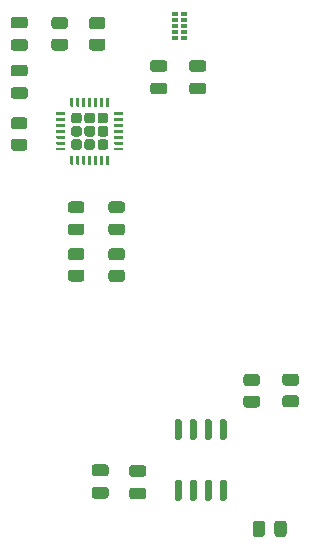
<source format=gtp>
G04 #@! TF.GenerationSoftware,KiCad,Pcbnew,(5.1.9)-1*
G04 #@! TF.CreationDate,2023-04-23T22:26:49+02:00*
G04 #@! TF.ProjectId,cp2102rs485,63703231-3032-4727-9334-38352e6b6963,rev?*
G04 #@! TF.SameCoordinates,Original*
G04 #@! TF.FileFunction,Paste,Top*
G04 #@! TF.FilePolarity,Positive*
%FSLAX46Y46*%
G04 Gerber Fmt 4.6, Leading zero omitted, Abs format (unit mm)*
G04 Created by KiCad (PCBNEW (5.1.9)-1) date 2023-04-23 22:26:49*
%MOMM*%
%LPD*%
G01*
G04 APERTURE LIST*
%ADD10R,0.550000X0.400000*%
%ADD11R,0.550000X0.300000*%
G04 APERTURE END LIST*
G36*
G01*
X100688000Y-83488000D02*
X100988000Y-83488000D01*
G75*
G02*
X101138000Y-83638000I0J-150000D01*
G01*
X101138000Y-85088000D01*
G75*
G02*
X100988000Y-85238000I-150000J0D01*
G01*
X100688000Y-85238000D01*
G75*
G02*
X100538000Y-85088000I0J150000D01*
G01*
X100538000Y-83638000D01*
G75*
G02*
X100688000Y-83488000I150000J0D01*
G01*
G37*
G36*
G01*
X99418000Y-83488000D02*
X99718000Y-83488000D01*
G75*
G02*
X99868000Y-83638000I0J-150000D01*
G01*
X99868000Y-85088000D01*
G75*
G02*
X99718000Y-85238000I-150000J0D01*
G01*
X99418000Y-85238000D01*
G75*
G02*
X99268000Y-85088000I0J150000D01*
G01*
X99268000Y-83638000D01*
G75*
G02*
X99418000Y-83488000I150000J0D01*
G01*
G37*
G36*
G01*
X98148000Y-83488000D02*
X98448000Y-83488000D01*
G75*
G02*
X98598000Y-83638000I0J-150000D01*
G01*
X98598000Y-85088000D01*
G75*
G02*
X98448000Y-85238000I-150000J0D01*
G01*
X98148000Y-85238000D01*
G75*
G02*
X97998000Y-85088000I0J150000D01*
G01*
X97998000Y-83638000D01*
G75*
G02*
X98148000Y-83488000I150000J0D01*
G01*
G37*
G36*
G01*
X96878000Y-83488000D02*
X97178000Y-83488000D01*
G75*
G02*
X97328000Y-83638000I0J-150000D01*
G01*
X97328000Y-85088000D01*
G75*
G02*
X97178000Y-85238000I-150000J0D01*
G01*
X96878000Y-85238000D01*
G75*
G02*
X96728000Y-85088000I0J150000D01*
G01*
X96728000Y-83638000D01*
G75*
G02*
X96878000Y-83488000I150000J0D01*
G01*
G37*
G36*
G01*
X96878000Y-78338000D02*
X97178000Y-78338000D01*
G75*
G02*
X97328000Y-78488000I0J-150000D01*
G01*
X97328000Y-79938000D01*
G75*
G02*
X97178000Y-80088000I-150000J0D01*
G01*
X96878000Y-80088000D01*
G75*
G02*
X96728000Y-79938000I0J150000D01*
G01*
X96728000Y-78488000D01*
G75*
G02*
X96878000Y-78338000I150000J0D01*
G01*
G37*
G36*
G01*
X98148000Y-78338000D02*
X98448000Y-78338000D01*
G75*
G02*
X98598000Y-78488000I0J-150000D01*
G01*
X98598000Y-79938000D01*
G75*
G02*
X98448000Y-80088000I-150000J0D01*
G01*
X98148000Y-80088000D01*
G75*
G02*
X97998000Y-79938000I0J150000D01*
G01*
X97998000Y-78488000D01*
G75*
G02*
X98148000Y-78338000I150000J0D01*
G01*
G37*
G36*
G01*
X99418000Y-78338000D02*
X99718000Y-78338000D01*
G75*
G02*
X99868000Y-78488000I0J-150000D01*
G01*
X99868000Y-79938000D01*
G75*
G02*
X99718000Y-80088000I-150000J0D01*
G01*
X99418000Y-80088000D01*
G75*
G02*
X99268000Y-79938000I0J150000D01*
G01*
X99268000Y-78488000D01*
G75*
G02*
X99418000Y-78338000I150000J0D01*
G01*
G37*
G36*
G01*
X100688000Y-78338000D02*
X100988000Y-78338000D01*
G75*
G02*
X101138000Y-78488000I0J-150000D01*
G01*
X101138000Y-79938000D01*
G75*
G02*
X100988000Y-80088000I-150000J0D01*
G01*
X100688000Y-80088000D01*
G75*
G02*
X100538000Y-79938000I0J150000D01*
G01*
X100538000Y-78488000D01*
G75*
G02*
X100688000Y-78338000I150000J0D01*
G01*
G37*
G36*
G01*
X88190000Y-54645000D02*
X88640000Y-54645000D01*
G75*
G02*
X88865000Y-54870000I0J-225000D01*
G01*
X88865000Y-55320000D01*
G75*
G02*
X88640000Y-55545000I-225000J0D01*
G01*
X88190000Y-55545000D01*
G75*
G02*
X87965000Y-55320000I0J225000D01*
G01*
X87965000Y-54870000D01*
G75*
G02*
X88190000Y-54645000I225000J0D01*
G01*
G37*
G36*
G01*
X89310000Y-54645000D02*
X89760000Y-54645000D01*
G75*
G02*
X89985000Y-54870000I0J-225000D01*
G01*
X89985000Y-55320000D01*
G75*
G02*
X89760000Y-55545000I-225000J0D01*
G01*
X89310000Y-55545000D01*
G75*
G02*
X89085000Y-55320000I0J225000D01*
G01*
X89085000Y-54870000D01*
G75*
G02*
X89310000Y-54645000I225000J0D01*
G01*
G37*
G36*
G01*
X90430000Y-54645000D02*
X90880000Y-54645000D01*
G75*
G02*
X91105000Y-54870000I0J-225000D01*
G01*
X91105000Y-55320000D01*
G75*
G02*
X90880000Y-55545000I-225000J0D01*
G01*
X90430000Y-55545000D01*
G75*
G02*
X90205000Y-55320000I0J225000D01*
G01*
X90205000Y-54870000D01*
G75*
G02*
X90430000Y-54645000I225000J0D01*
G01*
G37*
G36*
G01*
X88190000Y-53525000D02*
X88640000Y-53525000D01*
G75*
G02*
X88865000Y-53750000I0J-225000D01*
G01*
X88865000Y-54200000D01*
G75*
G02*
X88640000Y-54425000I-225000J0D01*
G01*
X88190000Y-54425000D01*
G75*
G02*
X87965000Y-54200000I0J225000D01*
G01*
X87965000Y-53750000D01*
G75*
G02*
X88190000Y-53525000I225000J0D01*
G01*
G37*
G36*
G01*
X89310000Y-53525000D02*
X89760000Y-53525000D01*
G75*
G02*
X89985000Y-53750000I0J-225000D01*
G01*
X89985000Y-54200000D01*
G75*
G02*
X89760000Y-54425000I-225000J0D01*
G01*
X89310000Y-54425000D01*
G75*
G02*
X89085000Y-54200000I0J225000D01*
G01*
X89085000Y-53750000D01*
G75*
G02*
X89310000Y-53525000I225000J0D01*
G01*
G37*
G36*
G01*
X90430000Y-53525000D02*
X90880000Y-53525000D01*
G75*
G02*
X91105000Y-53750000I0J-225000D01*
G01*
X91105000Y-54200000D01*
G75*
G02*
X90880000Y-54425000I-225000J0D01*
G01*
X90430000Y-54425000D01*
G75*
G02*
X90205000Y-54200000I0J225000D01*
G01*
X90205000Y-53750000D01*
G75*
G02*
X90430000Y-53525000I225000J0D01*
G01*
G37*
G36*
G01*
X88190000Y-52405000D02*
X88640000Y-52405000D01*
G75*
G02*
X88865000Y-52630000I0J-225000D01*
G01*
X88865000Y-53080000D01*
G75*
G02*
X88640000Y-53305000I-225000J0D01*
G01*
X88190000Y-53305000D01*
G75*
G02*
X87965000Y-53080000I0J225000D01*
G01*
X87965000Y-52630000D01*
G75*
G02*
X88190000Y-52405000I225000J0D01*
G01*
G37*
G36*
G01*
X89310000Y-52405000D02*
X89760000Y-52405000D01*
G75*
G02*
X89985000Y-52630000I0J-225000D01*
G01*
X89985000Y-53080000D01*
G75*
G02*
X89760000Y-53305000I-225000J0D01*
G01*
X89310000Y-53305000D01*
G75*
G02*
X89085000Y-53080000I0J225000D01*
G01*
X89085000Y-52630000D01*
G75*
G02*
X89310000Y-52405000I225000J0D01*
G01*
G37*
G36*
G01*
X90430000Y-52405000D02*
X90880000Y-52405000D01*
G75*
G02*
X91105000Y-52630000I0J-225000D01*
G01*
X91105000Y-53080000D01*
G75*
G02*
X90880000Y-53305000I-225000J0D01*
G01*
X90430000Y-53305000D01*
G75*
G02*
X90205000Y-53080000I0J225000D01*
G01*
X90205000Y-52630000D01*
G75*
G02*
X90430000Y-52405000I225000J0D01*
G01*
G37*
G36*
G01*
X91647500Y-52350000D02*
X92322500Y-52350000D01*
G75*
G02*
X92385000Y-52412500I0J-62500D01*
G01*
X92385000Y-52537500D01*
G75*
G02*
X92322500Y-52600000I-62500J0D01*
G01*
X91647500Y-52600000D01*
G75*
G02*
X91585000Y-52537500I0J62500D01*
G01*
X91585000Y-52412500D01*
G75*
G02*
X91647500Y-52350000I62500J0D01*
G01*
G37*
G36*
G01*
X91647500Y-52850000D02*
X92322500Y-52850000D01*
G75*
G02*
X92385000Y-52912500I0J-62500D01*
G01*
X92385000Y-53037500D01*
G75*
G02*
X92322500Y-53100000I-62500J0D01*
G01*
X91647500Y-53100000D01*
G75*
G02*
X91585000Y-53037500I0J62500D01*
G01*
X91585000Y-52912500D01*
G75*
G02*
X91647500Y-52850000I62500J0D01*
G01*
G37*
G36*
G01*
X91647500Y-53350000D02*
X92322500Y-53350000D01*
G75*
G02*
X92385000Y-53412500I0J-62500D01*
G01*
X92385000Y-53537500D01*
G75*
G02*
X92322500Y-53600000I-62500J0D01*
G01*
X91647500Y-53600000D01*
G75*
G02*
X91585000Y-53537500I0J62500D01*
G01*
X91585000Y-53412500D01*
G75*
G02*
X91647500Y-53350000I62500J0D01*
G01*
G37*
G36*
G01*
X91647500Y-53850000D02*
X92322500Y-53850000D01*
G75*
G02*
X92385000Y-53912500I0J-62500D01*
G01*
X92385000Y-54037500D01*
G75*
G02*
X92322500Y-54100000I-62500J0D01*
G01*
X91647500Y-54100000D01*
G75*
G02*
X91585000Y-54037500I0J62500D01*
G01*
X91585000Y-53912500D01*
G75*
G02*
X91647500Y-53850000I62500J0D01*
G01*
G37*
G36*
G01*
X91647500Y-54350000D02*
X92322500Y-54350000D01*
G75*
G02*
X92385000Y-54412500I0J-62500D01*
G01*
X92385000Y-54537500D01*
G75*
G02*
X92322500Y-54600000I-62500J0D01*
G01*
X91647500Y-54600000D01*
G75*
G02*
X91585000Y-54537500I0J62500D01*
G01*
X91585000Y-54412500D01*
G75*
G02*
X91647500Y-54350000I62500J0D01*
G01*
G37*
G36*
G01*
X91647500Y-54850000D02*
X92322500Y-54850000D01*
G75*
G02*
X92385000Y-54912500I0J-62500D01*
G01*
X92385000Y-55037500D01*
G75*
G02*
X92322500Y-55100000I-62500J0D01*
G01*
X91647500Y-55100000D01*
G75*
G02*
X91585000Y-55037500I0J62500D01*
G01*
X91585000Y-54912500D01*
G75*
G02*
X91647500Y-54850000I62500J0D01*
G01*
G37*
G36*
G01*
X91647500Y-55350000D02*
X92322500Y-55350000D01*
G75*
G02*
X92385000Y-55412500I0J-62500D01*
G01*
X92385000Y-55537500D01*
G75*
G02*
X92322500Y-55600000I-62500J0D01*
G01*
X91647500Y-55600000D01*
G75*
G02*
X91585000Y-55537500I0J62500D01*
G01*
X91585000Y-55412500D01*
G75*
G02*
X91647500Y-55350000I62500J0D01*
G01*
G37*
G36*
G01*
X90972500Y-56025000D02*
X91097500Y-56025000D01*
G75*
G02*
X91160000Y-56087500I0J-62500D01*
G01*
X91160000Y-56762500D01*
G75*
G02*
X91097500Y-56825000I-62500J0D01*
G01*
X90972500Y-56825000D01*
G75*
G02*
X90910000Y-56762500I0J62500D01*
G01*
X90910000Y-56087500D01*
G75*
G02*
X90972500Y-56025000I62500J0D01*
G01*
G37*
G36*
G01*
X90472500Y-56025000D02*
X90597500Y-56025000D01*
G75*
G02*
X90660000Y-56087500I0J-62500D01*
G01*
X90660000Y-56762500D01*
G75*
G02*
X90597500Y-56825000I-62500J0D01*
G01*
X90472500Y-56825000D01*
G75*
G02*
X90410000Y-56762500I0J62500D01*
G01*
X90410000Y-56087500D01*
G75*
G02*
X90472500Y-56025000I62500J0D01*
G01*
G37*
G36*
G01*
X89972500Y-56025000D02*
X90097500Y-56025000D01*
G75*
G02*
X90160000Y-56087500I0J-62500D01*
G01*
X90160000Y-56762500D01*
G75*
G02*
X90097500Y-56825000I-62500J0D01*
G01*
X89972500Y-56825000D01*
G75*
G02*
X89910000Y-56762500I0J62500D01*
G01*
X89910000Y-56087500D01*
G75*
G02*
X89972500Y-56025000I62500J0D01*
G01*
G37*
G36*
G01*
X89472500Y-56025000D02*
X89597500Y-56025000D01*
G75*
G02*
X89660000Y-56087500I0J-62500D01*
G01*
X89660000Y-56762500D01*
G75*
G02*
X89597500Y-56825000I-62500J0D01*
G01*
X89472500Y-56825000D01*
G75*
G02*
X89410000Y-56762500I0J62500D01*
G01*
X89410000Y-56087500D01*
G75*
G02*
X89472500Y-56025000I62500J0D01*
G01*
G37*
G36*
G01*
X88972500Y-56025000D02*
X89097500Y-56025000D01*
G75*
G02*
X89160000Y-56087500I0J-62500D01*
G01*
X89160000Y-56762500D01*
G75*
G02*
X89097500Y-56825000I-62500J0D01*
G01*
X88972500Y-56825000D01*
G75*
G02*
X88910000Y-56762500I0J62500D01*
G01*
X88910000Y-56087500D01*
G75*
G02*
X88972500Y-56025000I62500J0D01*
G01*
G37*
G36*
G01*
X88472500Y-56025000D02*
X88597500Y-56025000D01*
G75*
G02*
X88660000Y-56087500I0J-62500D01*
G01*
X88660000Y-56762500D01*
G75*
G02*
X88597500Y-56825000I-62500J0D01*
G01*
X88472500Y-56825000D01*
G75*
G02*
X88410000Y-56762500I0J62500D01*
G01*
X88410000Y-56087500D01*
G75*
G02*
X88472500Y-56025000I62500J0D01*
G01*
G37*
G36*
G01*
X87972500Y-56025000D02*
X88097500Y-56025000D01*
G75*
G02*
X88160000Y-56087500I0J-62500D01*
G01*
X88160000Y-56762500D01*
G75*
G02*
X88097500Y-56825000I-62500J0D01*
G01*
X87972500Y-56825000D01*
G75*
G02*
X87910000Y-56762500I0J62500D01*
G01*
X87910000Y-56087500D01*
G75*
G02*
X87972500Y-56025000I62500J0D01*
G01*
G37*
G36*
G01*
X86747500Y-55350000D02*
X87422500Y-55350000D01*
G75*
G02*
X87485000Y-55412500I0J-62500D01*
G01*
X87485000Y-55537500D01*
G75*
G02*
X87422500Y-55600000I-62500J0D01*
G01*
X86747500Y-55600000D01*
G75*
G02*
X86685000Y-55537500I0J62500D01*
G01*
X86685000Y-55412500D01*
G75*
G02*
X86747500Y-55350000I62500J0D01*
G01*
G37*
G36*
G01*
X86747500Y-54850000D02*
X87422500Y-54850000D01*
G75*
G02*
X87485000Y-54912500I0J-62500D01*
G01*
X87485000Y-55037500D01*
G75*
G02*
X87422500Y-55100000I-62500J0D01*
G01*
X86747500Y-55100000D01*
G75*
G02*
X86685000Y-55037500I0J62500D01*
G01*
X86685000Y-54912500D01*
G75*
G02*
X86747500Y-54850000I62500J0D01*
G01*
G37*
G36*
G01*
X86747500Y-54350000D02*
X87422500Y-54350000D01*
G75*
G02*
X87485000Y-54412500I0J-62500D01*
G01*
X87485000Y-54537500D01*
G75*
G02*
X87422500Y-54600000I-62500J0D01*
G01*
X86747500Y-54600000D01*
G75*
G02*
X86685000Y-54537500I0J62500D01*
G01*
X86685000Y-54412500D01*
G75*
G02*
X86747500Y-54350000I62500J0D01*
G01*
G37*
G36*
G01*
X86747500Y-53850000D02*
X87422500Y-53850000D01*
G75*
G02*
X87485000Y-53912500I0J-62500D01*
G01*
X87485000Y-54037500D01*
G75*
G02*
X87422500Y-54100000I-62500J0D01*
G01*
X86747500Y-54100000D01*
G75*
G02*
X86685000Y-54037500I0J62500D01*
G01*
X86685000Y-53912500D01*
G75*
G02*
X86747500Y-53850000I62500J0D01*
G01*
G37*
G36*
G01*
X86747500Y-53350000D02*
X87422500Y-53350000D01*
G75*
G02*
X87485000Y-53412500I0J-62500D01*
G01*
X87485000Y-53537500D01*
G75*
G02*
X87422500Y-53600000I-62500J0D01*
G01*
X86747500Y-53600000D01*
G75*
G02*
X86685000Y-53537500I0J62500D01*
G01*
X86685000Y-53412500D01*
G75*
G02*
X86747500Y-53350000I62500J0D01*
G01*
G37*
G36*
G01*
X86747500Y-52850000D02*
X87422500Y-52850000D01*
G75*
G02*
X87485000Y-52912500I0J-62500D01*
G01*
X87485000Y-53037500D01*
G75*
G02*
X87422500Y-53100000I-62500J0D01*
G01*
X86747500Y-53100000D01*
G75*
G02*
X86685000Y-53037500I0J62500D01*
G01*
X86685000Y-52912500D01*
G75*
G02*
X86747500Y-52850000I62500J0D01*
G01*
G37*
G36*
G01*
X86747500Y-52350000D02*
X87422500Y-52350000D01*
G75*
G02*
X87485000Y-52412500I0J-62500D01*
G01*
X87485000Y-52537500D01*
G75*
G02*
X87422500Y-52600000I-62500J0D01*
G01*
X86747500Y-52600000D01*
G75*
G02*
X86685000Y-52537500I0J62500D01*
G01*
X86685000Y-52412500D01*
G75*
G02*
X86747500Y-52350000I62500J0D01*
G01*
G37*
G36*
G01*
X87972500Y-51125000D02*
X88097500Y-51125000D01*
G75*
G02*
X88160000Y-51187500I0J-62500D01*
G01*
X88160000Y-51862500D01*
G75*
G02*
X88097500Y-51925000I-62500J0D01*
G01*
X87972500Y-51925000D01*
G75*
G02*
X87910000Y-51862500I0J62500D01*
G01*
X87910000Y-51187500D01*
G75*
G02*
X87972500Y-51125000I62500J0D01*
G01*
G37*
G36*
G01*
X88472500Y-51125000D02*
X88597500Y-51125000D01*
G75*
G02*
X88660000Y-51187500I0J-62500D01*
G01*
X88660000Y-51862500D01*
G75*
G02*
X88597500Y-51925000I-62500J0D01*
G01*
X88472500Y-51925000D01*
G75*
G02*
X88410000Y-51862500I0J62500D01*
G01*
X88410000Y-51187500D01*
G75*
G02*
X88472500Y-51125000I62500J0D01*
G01*
G37*
G36*
G01*
X88972500Y-51125000D02*
X89097500Y-51125000D01*
G75*
G02*
X89160000Y-51187500I0J-62500D01*
G01*
X89160000Y-51862500D01*
G75*
G02*
X89097500Y-51925000I-62500J0D01*
G01*
X88972500Y-51925000D01*
G75*
G02*
X88910000Y-51862500I0J62500D01*
G01*
X88910000Y-51187500D01*
G75*
G02*
X88972500Y-51125000I62500J0D01*
G01*
G37*
G36*
G01*
X89472500Y-51125000D02*
X89597500Y-51125000D01*
G75*
G02*
X89660000Y-51187500I0J-62500D01*
G01*
X89660000Y-51862500D01*
G75*
G02*
X89597500Y-51925000I-62500J0D01*
G01*
X89472500Y-51925000D01*
G75*
G02*
X89410000Y-51862500I0J62500D01*
G01*
X89410000Y-51187500D01*
G75*
G02*
X89472500Y-51125000I62500J0D01*
G01*
G37*
G36*
G01*
X89972500Y-51125000D02*
X90097500Y-51125000D01*
G75*
G02*
X90160000Y-51187500I0J-62500D01*
G01*
X90160000Y-51862500D01*
G75*
G02*
X90097500Y-51925000I-62500J0D01*
G01*
X89972500Y-51925000D01*
G75*
G02*
X89910000Y-51862500I0J62500D01*
G01*
X89910000Y-51187500D01*
G75*
G02*
X89972500Y-51125000I62500J0D01*
G01*
G37*
G36*
G01*
X90472500Y-51125000D02*
X90597500Y-51125000D01*
G75*
G02*
X90660000Y-51187500I0J-62500D01*
G01*
X90660000Y-51862500D01*
G75*
G02*
X90597500Y-51925000I-62500J0D01*
G01*
X90472500Y-51925000D01*
G75*
G02*
X90410000Y-51862500I0J62500D01*
G01*
X90410000Y-51187500D01*
G75*
G02*
X90472500Y-51125000I62500J0D01*
G01*
G37*
G36*
G01*
X90972500Y-51125000D02*
X91097500Y-51125000D01*
G75*
G02*
X91160000Y-51187500I0J-62500D01*
G01*
X91160000Y-51862500D01*
G75*
G02*
X91097500Y-51925000I-62500J0D01*
G01*
X90972500Y-51925000D01*
G75*
G02*
X90910000Y-51862500I0J62500D01*
G01*
X90910000Y-51187500D01*
G75*
G02*
X90972500Y-51125000I62500J0D01*
G01*
G37*
D10*
X97540000Y-45085000D03*
D11*
X97540000Y-44085000D03*
X97540000Y-45585000D03*
X97540000Y-46085000D03*
X97540000Y-44585000D03*
X96770000Y-46085000D03*
X96770000Y-45585000D03*
D10*
X96770000Y-45085000D03*
D11*
X96770000Y-44585000D03*
X96770000Y-44085000D03*
G36*
G01*
X104375000Y-87179999D02*
X104375000Y-88080001D01*
G75*
G02*
X104125001Y-88330000I-249999J0D01*
G01*
X103599999Y-88330000D01*
G75*
G02*
X103350000Y-88080001I0J249999D01*
G01*
X103350000Y-87179999D01*
G75*
G02*
X103599999Y-86930000I249999J0D01*
G01*
X104125001Y-86930000D01*
G75*
G02*
X104375000Y-87179999I0J-249999D01*
G01*
G37*
G36*
G01*
X106200000Y-87179999D02*
X106200000Y-88080001D01*
G75*
G02*
X105950001Y-88330000I-249999J0D01*
G01*
X105424999Y-88330000D01*
G75*
G02*
X105175000Y-88080001I0J249999D01*
G01*
X105175000Y-87179999D01*
G75*
G02*
X105424999Y-86930000I249999J0D01*
G01*
X105950001Y-86930000D01*
G75*
G02*
X106200000Y-87179999I0J-249999D01*
G01*
G37*
G36*
G01*
X106102999Y-76322500D02*
X107003001Y-76322500D01*
G75*
G02*
X107253000Y-76572499I0J-249999D01*
G01*
X107253000Y-77097501D01*
G75*
G02*
X107003001Y-77347500I-249999J0D01*
G01*
X106102999Y-77347500D01*
G75*
G02*
X105853000Y-77097501I0J249999D01*
G01*
X105853000Y-76572499D01*
G75*
G02*
X106102999Y-76322500I249999J0D01*
G01*
G37*
G36*
G01*
X106102999Y-74497500D02*
X107003001Y-74497500D01*
G75*
G02*
X107253000Y-74747499I0J-249999D01*
G01*
X107253000Y-75272501D01*
G75*
G02*
X107003001Y-75522500I-249999J0D01*
G01*
X106102999Y-75522500D01*
G75*
G02*
X105853000Y-75272501I0J249999D01*
G01*
X105853000Y-74747499D01*
G75*
G02*
X106102999Y-74497500I249999J0D01*
G01*
G37*
G36*
G01*
X103701001Y-75546000D02*
X102800999Y-75546000D01*
G75*
G02*
X102551000Y-75296001I0J249999D01*
G01*
X102551000Y-74770999D01*
G75*
G02*
X102800999Y-74521000I249999J0D01*
G01*
X103701001Y-74521000D01*
G75*
G02*
X103951000Y-74770999I0J-249999D01*
G01*
X103951000Y-75296001D01*
G75*
G02*
X103701001Y-75546000I-249999J0D01*
G01*
G37*
G36*
G01*
X103701001Y-77371000D02*
X102800999Y-77371000D01*
G75*
G02*
X102551000Y-77121001I0J249999D01*
G01*
X102551000Y-76595999D01*
G75*
G02*
X102800999Y-76346000I249999J0D01*
G01*
X103701001Y-76346000D01*
G75*
G02*
X103951000Y-76595999I0J-249999D01*
G01*
X103951000Y-77121001D01*
G75*
G02*
X103701001Y-77371000I-249999J0D01*
G01*
G37*
G36*
G01*
X88842001Y-64878000D02*
X87941999Y-64878000D01*
G75*
G02*
X87692000Y-64628001I0J249999D01*
G01*
X87692000Y-64102999D01*
G75*
G02*
X87941999Y-63853000I249999J0D01*
G01*
X88842001Y-63853000D01*
G75*
G02*
X89092000Y-64102999I0J-249999D01*
G01*
X89092000Y-64628001D01*
G75*
G02*
X88842001Y-64878000I-249999J0D01*
G01*
G37*
G36*
G01*
X88842001Y-66703000D02*
X87941999Y-66703000D01*
G75*
G02*
X87692000Y-66453001I0J249999D01*
G01*
X87692000Y-65927999D01*
G75*
G02*
X87941999Y-65678000I249999J0D01*
G01*
X88842001Y-65678000D01*
G75*
G02*
X89092000Y-65927999I0J-249999D01*
G01*
X89092000Y-66453001D01*
G75*
G02*
X88842001Y-66703000I-249999J0D01*
G01*
G37*
G36*
G01*
X92271001Y-64901500D02*
X91370999Y-64901500D01*
G75*
G02*
X91121000Y-64651501I0J249999D01*
G01*
X91121000Y-64126499D01*
G75*
G02*
X91370999Y-63876500I249999J0D01*
G01*
X92271001Y-63876500D01*
G75*
G02*
X92521000Y-64126499I0J-249999D01*
G01*
X92521000Y-64651501D01*
G75*
G02*
X92271001Y-64901500I-249999J0D01*
G01*
G37*
G36*
G01*
X92271001Y-66726500D02*
X91370999Y-66726500D01*
G75*
G02*
X91121000Y-66476501I0J249999D01*
G01*
X91121000Y-65951499D01*
G75*
G02*
X91370999Y-65701500I249999J0D01*
G01*
X92271001Y-65701500D01*
G75*
G02*
X92521000Y-65951499I0J-249999D01*
G01*
X92521000Y-66476501D01*
G75*
G02*
X92271001Y-66726500I-249999J0D01*
G01*
G37*
G36*
G01*
X84016001Y-53805500D02*
X83115999Y-53805500D01*
G75*
G02*
X82866000Y-53555501I0J249999D01*
G01*
X82866000Y-53030499D01*
G75*
G02*
X83115999Y-52780500I249999J0D01*
G01*
X84016001Y-52780500D01*
G75*
G02*
X84266000Y-53030499I0J-249999D01*
G01*
X84266000Y-53555501D01*
G75*
G02*
X84016001Y-53805500I-249999J0D01*
G01*
G37*
G36*
G01*
X84016001Y-55630500D02*
X83115999Y-55630500D01*
G75*
G02*
X82866000Y-55380501I0J249999D01*
G01*
X82866000Y-54855499D01*
G75*
G02*
X83115999Y-54605500I249999J0D01*
G01*
X84016001Y-54605500D01*
G75*
G02*
X84266000Y-54855499I0J-249999D01*
G01*
X84266000Y-55380501D01*
G75*
G02*
X84016001Y-55630500I-249999J0D01*
G01*
G37*
G36*
G01*
X87445001Y-45320000D02*
X86544999Y-45320000D01*
G75*
G02*
X86295000Y-45070001I0J249999D01*
G01*
X86295000Y-44544999D01*
G75*
G02*
X86544999Y-44295000I249999J0D01*
G01*
X87445001Y-44295000D01*
G75*
G02*
X87695000Y-44544999I0J-249999D01*
G01*
X87695000Y-45070001D01*
G75*
G02*
X87445001Y-45320000I-249999J0D01*
G01*
G37*
G36*
G01*
X87445001Y-47145000D02*
X86544999Y-47145000D01*
G75*
G02*
X86295000Y-46895001I0J249999D01*
G01*
X86295000Y-46369999D01*
G75*
G02*
X86544999Y-46120000I249999J0D01*
G01*
X87445001Y-46120000D01*
G75*
G02*
X87695000Y-46369999I0J-249999D01*
G01*
X87695000Y-46895001D01*
G75*
G02*
X87445001Y-47145000I-249999J0D01*
G01*
G37*
G36*
G01*
X89719999Y-46120000D02*
X90620001Y-46120000D01*
G75*
G02*
X90870000Y-46369999I0J-249999D01*
G01*
X90870000Y-46895001D01*
G75*
G02*
X90620001Y-47145000I-249999J0D01*
G01*
X89719999Y-47145000D01*
G75*
G02*
X89470000Y-46895001I0J249999D01*
G01*
X89470000Y-46369999D01*
G75*
G02*
X89719999Y-46120000I249999J0D01*
G01*
G37*
G36*
G01*
X89719999Y-44295000D02*
X90620001Y-44295000D01*
G75*
G02*
X90870000Y-44544999I0J-249999D01*
G01*
X90870000Y-45070001D01*
G75*
G02*
X90620001Y-45320000I-249999J0D01*
G01*
X89719999Y-45320000D01*
G75*
G02*
X89470000Y-45070001I0J249999D01*
G01*
X89470000Y-44544999D01*
G75*
G02*
X89719999Y-44295000I249999J0D01*
G01*
G37*
G36*
G01*
X87935750Y-61791000D02*
X88848250Y-61791000D01*
G75*
G02*
X89092000Y-62034750I0J-243750D01*
G01*
X89092000Y-62522250D01*
G75*
G02*
X88848250Y-62766000I-243750J0D01*
G01*
X87935750Y-62766000D01*
G75*
G02*
X87692000Y-62522250I0J243750D01*
G01*
X87692000Y-62034750D01*
G75*
G02*
X87935750Y-61791000I243750J0D01*
G01*
G37*
G36*
G01*
X87935750Y-59916000D02*
X88848250Y-59916000D01*
G75*
G02*
X89092000Y-60159750I0J-243750D01*
G01*
X89092000Y-60647250D01*
G75*
G02*
X88848250Y-60891000I-243750J0D01*
G01*
X87935750Y-60891000D01*
G75*
G02*
X87692000Y-60647250I0J243750D01*
G01*
X87692000Y-60159750D01*
G75*
G02*
X87935750Y-59916000I243750J0D01*
G01*
G37*
G36*
G01*
X91364750Y-61791000D02*
X92277250Y-61791000D01*
G75*
G02*
X92521000Y-62034750I0J-243750D01*
G01*
X92521000Y-62522250D01*
G75*
G02*
X92277250Y-62766000I-243750J0D01*
G01*
X91364750Y-62766000D01*
G75*
G02*
X91121000Y-62522250I0J243750D01*
G01*
X91121000Y-62034750D01*
G75*
G02*
X91364750Y-61791000I243750J0D01*
G01*
G37*
G36*
G01*
X91364750Y-59916000D02*
X92277250Y-59916000D01*
G75*
G02*
X92521000Y-60159750I0J-243750D01*
G01*
X92521000Y-60647250D01*
G75*
G02*
X92277250Y-60891000I-243750J0D01*
G01*
X91364750Y-60891000D01*
G75*
G02*
X91121000Y-60647250I0J243750D01*
G01*
X91121000Y-60159750D01*
G75*
G02*
X91364750Y-59916000I243750J0D01*
G01*
G37*
G36*
G01*
X90899000Y-83177000D02*
X89949000Y-83177000D01*
G75*
G02*
X89699000Y-82927000I0J250000D01*
G01*
X89699000Y-82427000D01*
G75*
G02*
X89949000Y-82177000I250000J0D01*
G01*
X90899000Y-82177000D01*
G75*
G02*
X91149000Y-82427000I0J-250000D01*
G01*
X91149000Y-82927000D01*
G75*
G02*
X90899000Y-83177000I-250000J0D01*
G01*
G37*
G36*
G01*
X90899000Y-85077000D02*
X89949000Y-85077000D01*
G75*
G02*
X89699000Y-84827000I0J250000D01*
G01*
X89699000Y-84327000D01*
G75*
G02*
X89949000Y-84077000I250000J0D01*
G01*
X90899000Y-84077000D01*
G75*
G02*
X91149000Y-84327000I0J-250000D01*
G01*
X91149000Y-84827000D01*
G75*
G02*
X90899000Y-85077000I-250000J0D01*
G01*
G37*
G36*
G01*
X94074000Y-83243000D02*
X93124000Y-83243000D01*
G75*
G02*
X92874000Y-82993000I0J250000D01*
G01*
X92874000Y-82493000D01*
G75*
G02*
X93124000Y-82243000I250000J0D01*
G01*
X94074000Y-82243000D01*
G75*
G02*
X94324000Y-82493000I0J-250000D01*
G01*
X94324000Y-82993000D01*
G75*
G02*
X94074000Y-83243000I-250000J0D01*
G01*
G37*
G36*
G01*
X94074000Y-85143000D02*
X93124000Y-85143000D01*
G75*
G02*
X92874000Y-84893000I0J250000D01*
G01*
X92874000Y-84393000D01*
G75*
G02*
X93124000Y-84143000I250000J0D01*
G01*
X94074000Y-84143000D01*
G75*
G02*
X94324000Y-84393000I0J-250000D01*
G01*
X94324000Y-84893000D01*
G75*
G02*
X94074000Y-85143000I-250000J0D01*
G01*
G37*
G36*
G01*
X99154000Y-48953000D02*
X98204000Y-48953000D01*
G75*
G02*
X97954000Y-48703000I0J250000D01*
G01*
X97954000Y-48203000D01*
G75*
G02*
X98204000Y-47953000I250000J0D01*
G01*
X99154000Y-47953000D01*
G75*
G02*
X99404000Y-48203000I0J-250000D01*
G01*
X99404000Y-48703000D01*
G75*
G02*
X99154000Y-48953000I-250000J0D01*
G01*
G37*
G36*
G01*
X99154000Y-50853000D02*
X98204000Y-50853000D01*
G75*
G02*
X97954000Y-50603000I0J250000D01*
G01*
X97954000Y-50103000D01*
G75*
G02*
X98204000Y-49853000I250000J0D01*
G01*
X99154000Y-49853000D01*
G75*
G02*
X99404000Y-50103000I0J-250000D01*
G01*
X99404000Y-50603000D01*
G75*
G02*
X99154000Y-50853000I-250000J0D01*
G01*
G37*
G36*
G01*
X95852000Y-48953000D02*
X94902000Y-48953000D01*
G75*
G02*
X94652000Y-48703000I0J250000D01*
G01*
X94652000Y-48203000D01*
G75*
G02*
X94902000Y-47953000I250000J0D01*
G01*
X95852000Y-47953000D01*
G75*
G02*
X96102000Y-48203000I0J-250000D01*
G01*
X96102000Y-48703000D01*
G75*
G02*
X95852000Y-48953000I-250000J0D01*
G01*
G37*
G36*
G01*
X95852000Y-50853000D02*
X94902000Y-50853000D01*
G75*
G02*
X94652000Y-50603000I0J250000D01*
G01*
X94652000Y-50103000D01*
G75*
G02*
X94902000Y-49853000I250000J0D01*
G01*
X95852000Y-49853000D01*
G75*
G02*
X96102000Y-50103000I0J-250000D01*
G01*
X96102000Y-50603000D01*
G75*
G02*
X95852000Y-50853000I-250000J0D01*
G01*
G37*
G36*
G01*
X83091000Y-50234000D02*
X84041000Y-50234000D01*
G75*
G02*
X84291000Y-50484000I0J-250000D01*
G01*
X84291000Y-50984000D01*
G75*
G02*
X84041000Y-51234000I-250000J0D01*
G01*
X83091000Y-51234000D01*
G75*
G02*
X82841000Y-50984000I0J250000D01*
G01*
X82841000Y-50484000D01*
G75*
G02*
X83091000Y-50234000I250000J0D01*
G01*
G37*
G36*
G01*
X83091000Y-48334000D02*
X84041000Y-48334000D01*
G75*
G02*
X84291000Y-48584000I0J-250000D01*
G01*
X84291000Y-49084000D01*
G75*
G02*
X84041000Y-49334000I-250000J0D01*
G01*
X83091000Y-49334000D01*
G75*
G02*
X82841000Y-49084000I0J250000D01*
G01*
X82841000Y-48584000D01*
G75*
G02*
X83091000Y-48334000I250000J0D01*
G01*
G37*
G36*
G01*
X84041000Y-45270000D02*
X83091000Y-45270000D01*
G75*
G02*
X82841000Y-45020000I0J250000D01*
G01*
X82841000Y-44520000D01*
G75*
G02*
X83091000Y-44270000I250000J0D01*
G01*
X84041000Y-44270000D01*
G75*
G02*
X84291000Y-44520000I0J-250000D01*
G01*
X84291000Y-45020000D01*
G75*
G02*
X84041000Y-45270000I-250000J0D01*
G01*
G37*
G36*
G01*
X84041000Y-47170000D02*
X83091000Y-47170000D01*
G75*
G02*
X82841000Y-46920000I0J250000D01*
G01*
X82841000Y-46420000D01*
G75*
G02*
X83091000Y-46170000I250000J0D01*
G01*
X84041000Y-46170000D01*
G75*
G02*
X84291000Y-46420000I0J-250000D01*
G01*
X84291000Y-46920000D01*
G75*
G02*
X84041000Y-47170000I-250000J0D01*
G01*
G37*
M02*

</source>
